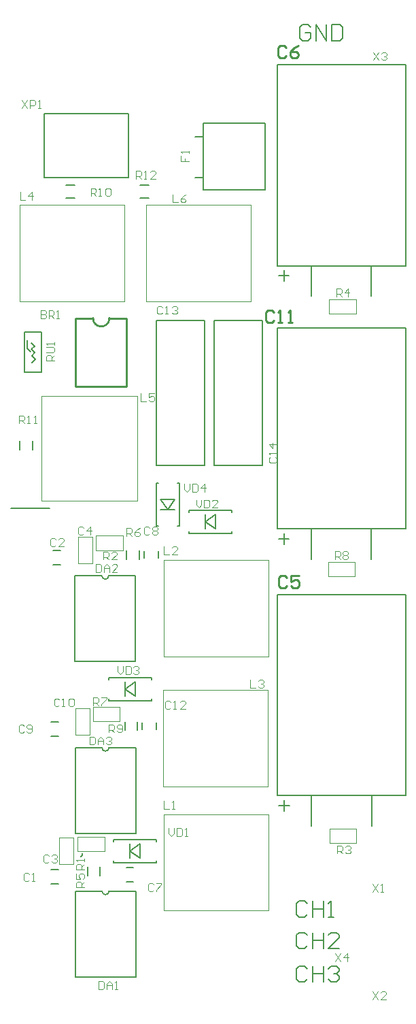
<source format=gto>
G04 Layer_Color=65535*
%FSLAX24Y24*%
%MOIN*%
G70*
G01*
G75*
%ADD10C,0.0079*%
%ADD43C,0.0100*%
%ADD44C,0.0039*%
%ADD45C,0.0050*%
%ADD46C,0.0067*%
D10*
X39510Y8421D02*
G03*
X39860Y8421I175J0D01*
G01*
X39500Y23874D02*
G03*
X39850Y23874I175J0D01*
G01*
X39510Y15449D02*
G03*
X39860Y15449I175J0D01*
G01*
X38469Y10103D02*
X38533Y10167D01*
Y10285D01*
X42165Y10837D02*
Y10945D01*
Y9803D02*
Y9911D01*
X40079Y10837D02*
Y10945D01*
Y9803D02*
Y9911D01*
Y10945D02*
X42165D01*
X40079Y9803D02*
X42165D01*
X38799Y9183D02*
Y9616D01*
X39429Y9183D02*
Y9616D01*
X38203Y4217D02*
Y8421D01*
Y4217D02*
X41167D01*
Y8421D01*
X39860D02*
X41167D01*
X38203D02*
X39510D01*
X40630Y16289D02*
Y16722D01*
X41260Y16289D02*
Y16722D01*
X41949Y18770D02*
Y18878D01*
Y17736D02*
Y17844D01*
X39862Y18770D02*
Y18878D01*
Y17736D02*
Y17844D01*
Y18878D02*
X41949D01*
X39862Y17736D02*
X41949D01*
X40728Y24685D02*
Y25118D01*
X41358Y24685D02*
Y25118D01*
X38193Y19669D02*
Y23874D01*
Y19669D02*
X41157D01*
Y23874D01*
X39850D02*
X41157D01*
X38193D02*
X39500D01*
X45876Y26969D02*
Y27077D01*
Y25935D02*
Y26043D01*
X43789Y26969D02*
Y27077D01*
Y25935D02*
Y26043D01*
Y27077D02*
X45876D01*
X43789Y25935D02*
X45876D01*
X42175Y28406D02*
X42283D01*
X43209D02*
X43317D01*
X42175Y26319D02*
X42283D01*
X43209D02*
X43317D01*
X42175D02*
Y28406D01*
X43317Y26319D02*
Y28406D01*
X38203Y11244D02*
Y15449D01*
Y11244D02*
X41167D01*
Y15449D01*
X39860D02*
X41167D01*
X38203D02*
X39510D01*
X35039Y27165D02*
X36959D01*
X44065Y43386D02*
X44488D01*
X44065Y45384D02*
X44488D01*
Y42785D02*
X47520D01*
Y46033D01*
X44488Y42785D02*
Y46033D01*
X47520D01*
X36673Y46496D02*
X40807D01*
Y43386D02*
Y46496D01*
X36673Y43386D02*
X40807D01*
X36673D02*
Y46496D01*
X35482Y30049D02*
Y30482D01*
X36112Y30049D02*
Y30482D01*
X35728Y33839D02*
X36132D01*
X35728Y35807D02*
X36132D01*
X35728Y33839D02*
Y35807D01*
X36132Y33839D02*
X36535D01*
X36132Y35807D02*
X36535D01*
Y33839D02*
Y35807D01*
X36083Y34321D02*
X36230Y34469D01*
Y34488D01*
X36073Y34646D02*
X36230Y34488D01*
X36073Y34646D02*
X36225Y34798D01*
X36063Y34961D02*
X36225Y34798D01*
X36063Y34961D02*
X36216Y35113D01*
X36048Y35281D02*
X36211Y35118D01*
X35846Y35000D02*
Y35413D01*
Y35000D02*
X36004Y34843D01*
X41388Y42992D02*
X41821D01*
X41388Y42362D02*
X41821D01*
X48110Y39055D02*
X54400D01*
Y48898D01*
X48100D02*
X54400D01*
X48100Y39055D02*
Y48898D01*
X49774Y37569D02*
Y39045D01*
X52726Y37569D02*
Y39045D01*
X48120Y13091D02*
X54409D01*
Y22933D01*
X48110D02*
X54409D01*
X48110Y13091D02*
Y22933D01*
X49783Y11604D02*
Y13081D01*
X52736Y11604D02*
Y13081D01*
X37756Y42992D02*
X38189D01*
X37756Y42362D02*
X38189D01*
X48110Y26161D02*
X54400D01*
Y36004D01*
X48100D02*
X54400D01*
X48100Y26161D02*
Y36004D01*
X49774Y24675D02*
Y26152D01*
X52726Y24675D02*
Y26152D01*
X49737Y50725D02*
X49606Y50856D01*
X49344D01*
X49213Y50725D01*
Y50200D01*
X49344Y50069D01*
X49606D01*
X49737Y50200D01*
Y50462D01*
X49475D01*
X50000Y50069D02*
Y50856D01*
X50525Y50069D01*
Y50856D01*
X50787D02*
Y50069D01*
X51180D01*
X51312Y50200D01*
Y50725D01*
X51180Y50856D01*
X50787D01*
X49580Y4622D02*
X49449Y4754D01*
X49186D01*
X49055Y4622D01*
Y4098D01*
X49186Y3967D01*
X49449D01*
X49580Y4098D01*
X49842Y4754D02*
Y3967D01*
Y4360D01*
X50367D01*
Y4754D01*
Y3967D01*
X50629Y4622D02*
X50761Y4754D01*
X51023D01*
X51154Y4622D01*
Y4491D01*
X51023Y4360D01*
X50892D01*
X51023D01*
X51154Y4229D01*
Y4098D01*
X51023Y3967D01*
X50761D01*
X50629Y4098D01*
X49580Y6256D02*
X49449Y6388D01*
X49186D01*
X49055Y6256D01*
Y5732D01*
X49186Y5600D01*
X49449D01*
X49580Y5732D01*
X49842Y6388D02*
Y5600D01*
Y5994D01*
X50367D01*
Y6388D01*
Y5600D01*
X51154D02*
X50629D01*
X51154Y6125D01*
Y6256D01*
X51023Y6388D01*
X50761D01*
X50629Y6256D01*
X49580Y7802D02*
X49449Y7933D01*
X49186D01*
X49055Y7802D01*
Y7277D01*
X49186Y7146D01*
X49449D01*
X49580Y7277D01*
X49842Y7933D02*
Y7146D01*
Y7539D01*
X50367D01*
Y7933D01*
Y7146D01*
X50629D02*
X50892D01*
X50761D01*
Y7933D01*
X50629Y7802D01*
X48169Y38563D02*
X48694D01*
X48432Y38825D02*
Y38300D01*
X48179Y12598D02*
X48704D01*
X48442Y12861D02*
Y12336D01*
X48169Y25669D02*
X48694D01*
X48432Y25932D02*
Y25407D01*
D43*
X39076Y36482D02*
G03*
X39876Y36482I400J0D01*
G01*
X38226Y33132D02*
Y36482D01*
X40726Y33132D02*
Y36482D01*
X38226Y33132D02*
X40726D01*
X38226Y36482D02*
X39076D01*
X39876D02*
X40726D01*
X48573Y23775D02*
X48473Y23875D01*
X48273D01*
X48173Y23775D01*
Y23376D01*
X48273Y23276D01*
X48473D01*
X48573Y23376D01*
X49173Y23875D02*
X48773D01*
Y23575D01*
X48973Y23675D01*
X49073D01*
X49173Y23575D01*
Y23376D01*
X49073Y23276D01*
X48873D01*
X48773Y23376D01*
X48563Y49740D02*
X48463Y49840D01*
X48263D01*
X48163Y49740D01*
Y49340D01*
X48263Y49240D01*
X48463D01*
X48563Y49340D01*
X49163Y49840D02*
X48963Y49740D01*
X48763Y49540D01*
Y49340D01*
X48863Y49240D01*
X49063D01*
X49163Y49340D01*
Y49440D01*
X49063Y49540D01*
X48763D01*
X47949Y36770D02*
X47849Y36869D01*
X47649D01*
X47549Y36770D01*
Y36370D01*
X47649Y36270D01*
X47849D01*
X47949Y36370D01*
X48149Y36270D02*
X48349D01*
X48249D01*
Y36869D01*
X48149Y36770D01*
X48649Y36270D02*
X48849D01*
X48749D01*
Y36869D01*
X48649Y36770D01*
D44*
X50671Y10762D02*
X51986D01*
X50671Y11463D02*
X51986D01*
X50671Y10762D02*
Y11463D01*
X51986Y10762D02*
Y11463D01*
X50652Y36717D02*
X51967D01*
X50652Y37417D02*
X51967D01*
X50652Y36717D02*
Y37417D01*
X51967Y36717D02*
Y37417D01*
X50612Y23823D02*
X51927D01*
X50612Y24524D02*
X51927D01*
X50612Y23823D02*
Y24524D01*
X51927Y23823D02*
Y24524D01*
X38329Y11069D02*
X39644D01*
X38329Y10368D02*
X39644D01*
Y11069D01*
X38329Y10368D02*
Y11069D01*
X37411Y9724D02*
Y11024D01*
X38120Y9724D02*
Y11024D01*
X37411Y9724D02*
X38120D01*
X37411Y11024D02*
X38120D01*
X42520Y13553D02*
Y13661D01*
Y13553D02*
X44715D01*
X42520Y13652D02*
Y15896D01*
Y18268D01*
X42776D01*
X47657D01*
Y13553D02*
Y18268D01*
X47530Y13553D02*
X47657D01*
X44715D02*
X47549D01*
X38219Y16073D02*
Y17372D01*
X38927Y16073D02*
Y17372D01*
X38219Y16073D02*
X38927D01*
X38219Y17372D02*
X38927D01*
X39067Y17427D02*
X40382D01*
X39067Y16726D02*
X40382D01*
Y17427D01*
X39067Y16726D02*
Y17427D01*
X39215Y25823D02*
X40530D01*
X39215Y25122D02*
X40530D01*
Y25823D01*
X39215Y25122D02*
Y25823D01*
X38337Y24469D02*
Y25768D01*
X39045Y24469D02*
Y25768D01*
X38337Y24469D02*
X39045D01*
X38337Y25768D02*
X39045D01*
X46821Y41919D02*
Y42028D01*
X44626D02*
X46821D01*
Y39685D02*
Y41929D01*
Y37313D02*
Y39685D01*
X46565Y37313D02*
X46821D01*
X41683D02*
X46565D01*
X41683Y37313D02*
Y42028D01*
X41811D01*
X41791D02*
X44626D01*
X40620Y41919D02*
Y42028D01*
X38425D02*
X40620D01*
Y39685D02*
Y41929D01*
Y37313D02*
Y39685D01*
X40364Y37313D02*
X40620D01*
X35482D02*
X40364D01*
X35482Y37313D02*
Y42028D01*
X35610D01*
X35591D02*
X38425D01*
X42539Y7461D02*
Y7569D01*
Y7461D02*
X44734D01*
X42539Y7559D02*
Y9803D01*
Y12175D01*
X42795D01*
X47677D01*
Y7461D02*
Y12175D01*
X47549Y7461D02*
X47677D01*
X44734D02*
X47569D01*
X42530Y19921D02*
Y20030D01*
Y19921D02*
X44724D01*
X42530Y20020D02*
Y22264D01*
Y24636D01*
X42785D01*
X47667D01*
Y19921D02*
Y24636D01*
X47539Y19921D02*
X47667D01*
X44724D02*
X47559D01*
X36535Y32667D02*
X36644D01*
X36535Y30472D02*
Y32667D01*
X36634D02*
X38878D01*
X41250D01*
Y32411D02*
Y32667D01*
Y27530D02*
Y32411D01*
X36535Y27530D02*
X41250D01*
X36535D02*
Y27657D01*
Y27638D02*
Y30472D01*
X37175Y34400D02*
X36782D01*
Y34596D01*
X36847Y34662D01*
X36978D01*
X37044Y34596D01*
Y34400D01*
Y34531D02*
X37175Y34662D01*
X36782Y34793D02*
X37110D01*
X37175Y34859D01*
Y34990D01*
X37110Y35056D01*
X36782D01*
X37175Y35187D02*
Y35318D01*
Y35252D01*
X36782D01*
X36847Y35187D01*
X35581Y47172D02*
X35844Y46778D01*
Y47172D02*
X35581Y46778D01*
X35975D02*
Y47172D01*
X36172D01*
X36237Y47106D01*
Y46975D01*
X36172Y46910D01*
X35975D01*
X36368Y46778D02*
X36500D01*
X36434D01*
Y47172D01*
X36368Y47106D01*
X42972Y42549D02*
Y42156D01*
X43235D01*
X43628Y42549D02*
X43497Y42483D01*
X43366Y42352D01*
Y42221D01*
X43432Y42156D01*
X43563D01*
X43628Y42221D01*
Y42287D01*
X43563Y42352D01*
X43366D01*
X41417Y32815D02*
Y32421D01*
X41680D01*
X42073Y32815D02*
X41811D01*
Y32618D01*
X41942Y32684D01*
X42008D01*
X42073Y32618D01*
Y32487D01*
X42008Y32421D01*
X41876D01*
X41811Y32487D01*
X35497Y42678D02*
Y42284D01*
X35760D01*
X36088D02*
Y42678D01*
X35891Y42481D01*
X36153D01*
X46782Y18779D02*
Y18386D01*
X47044D01*
X47175Y18714D02*
X47241Y18779D01*
X47372D01*
X47437Y18714D01*
Y18648D01*
X47372Y18583D01*
X47306D01*
X47372D01*
X47437Y18517D01*
Y18451D01*
X47372Y18386D01*
X47241D01*
X47175Y18451D01*
X42545Y25292D02*
Y24899D01*
X42807D01*
X43201D02*
X42938D01*
X43201Y25161D01*
Y25227D01*
X43135Y25292D01*
X43004D01*
X42938Y25227D01*
X42557Y12828D02*
Y12435D01*
X42819D01*
X42951D02*
X43082D01*
X43016D01*
Y12828D01*
X42951Y12763D01*
X50945Y5364D02*
X51207Y4970D01*
Y5364D02*
X50945Y4970D01*
X51535D02*
Y5364D01*
X51338Y5167D01*
X51601D01*
X52815Y49518D02*
X53077Y49124D01*
Y49518D02*
X52815Y49124D01*
X53209Y49452D02*
X53274Y49518D01*
X53405D01*
X53471Y49452D01*
Y49386D01*
X53405Y49321D01*
X53340D01*
X53405D01*
X53471Y49255D01*
Y49190D01*
X53405Y49124D01*
X53274D01*
X53209Y49190D01*
X52776Y3514D02*
X53038Y3120D01*
Y3514D02*
X52776Y3120D01*
X53432D02*
X53169D01*
X53432Y3382D01*
Y3448D01*
X53366Y3514D01*
X53235D01*
X53169Y3448D01*
X52795Y8770D02*
X53058Y8376D01*
Y8770D02*
X52795Y8376D01*
X53189D02*
X53320D01*
X53254D01*
Y8770D01*
X53189Y8704D01*
X43553Y28366D02*
Y28104D01*
X43684Y27972D01*
X43816Y28104D01*
Y28366D01*
X43947D02*
Y27972D01*
X44144D01*
X44209Y28038D01*
Y28300D01*
X44144Y28366D01*
X43947D01*
X44537Y27972D02*
Y28366D01*
X44340Y28169D01*
X44603D01*
X40276Y19449D02*
Y19186D01*
X40407Y19055D01*
X40538Y19186D01*
Y19449D01*
X40669D02*
Y19055D01*
X40866D01*
X40932Y19121D01*
Y19383D01*
X40866Y19449D01*
X40669D01*
X41063Y19383D02*
X41128Y19449D01*
X41260D01*
X41325Y19383D01*
Y19318D01*
X41260Y19252D01*
X41194D01*
X41260D01*
X41325Y19186D01*
Y19121D01*
X41260Y19055D01*
X41128D01*
X41063Y19121D01*
X44134Y27588D02*
Y27326D01*
X44265Y27195D01*
X44396Y27326D01*
Y27588D01*
X44527D02*
Y27195D01*
X44724D01*
X44790Y27260D01*
Y27523D01*
X44724Y27588D01*
X44527D01*
X45183Y27195D02*
X44921D01*
X45183Y27457D01*
Y27523D01*
X45118Y27588D01*
X44987D01*
X44921Y27523D01*
X42785Y11506D02*
Y11243D01*
X42917Y11112D01*
X43048Y11243D01*
Y11506D01*
X43179D02*
Y11112D01*
X43376D01*
X43441Y11178D01*
Y11440D01*
X43376Y11506D01*
X43179D01*
X43573Y11112D02*
X43704D01*
X43638D01*
Y11506D01*
X43573Y11440D01*
X41171Y43297D02*
Y43691D01*
X41368D01*
X41434Y43625D01*
Y43494D01*
X41368Y43428D01*
X41171D01*
X41302D02*
X41434Y43297D01*
X41565D02*
X41696D01*
X41630D01*
Y43691D01*
X41565Y43625D01*
X42155Y43297D02*
X41893D01*
X42155Y43560D01*
Y43625D01*
X42090Y43691D01*
X41958D01*
X41893Y43625D01*
X35450Y31326D02*
Y31719D01*
X35647D01*
X35713Y31654D01*
Y31523D01*
X35647Y31457D01*
X35450D01*
X35582D02*
X35713Y31326D01*
X35844D02*
X35975D01*
X35910D01*
Y31719D01*
X35844Y31654D01*
X36172Y31326D02*
X36303D01*
X36238D01*
Y31719D01*
X36172Y31654D01*
X38967Y42461D02*
Y42854D01*
X39163D01*
X39229Y42789D01*
Y42657D01*
X39163Y42592D01*
X38967D01*
X39098D02*
X39229Y42461D01*
X39360D02*
X39491D01*
X39426D01*
Y42854D01*
X39360Y42789D01*
X39688D02*
X39754Y42854D01*
X39885D01*
X39950Y42789D01*
Y42526D01*
X39885Y42461D01*
X39754D01*
X39688Y42526D01*
Y42789D01*
X39843Y16191D02*
Y16585D01*
X40039D01*
X40105Y16519D01*
Y16388D01*
X40039Y16322D01*
X39843D01*
X39974D02*
X40105Y16191D01*
X40236Y16257D02*
X40302Y16191D01*
X40433D01*
X40498Y16257D01*
Y16519D01*
X40433Y16585D01*
X40302D01*
X40236Y16519D01*
Y16453D01*
X40302Y16388D01*
X40498D01*
X50935Y24675D02*
Y25069D01*
X51132D01*
X51197Y25003D01*
Y24872D01*
X51132Y24806D01*
X50935D01*
X51066D02*
X51197Y24675D01*
X51329Y25003D02*
X51394Y25069D01*
X51525D01*
X51591Y25003D01*
Y24938D01*
X51525Y24872D01*
X51591Y24806D01*
Y24741D01*
X51525Y24675D01*
X51394D01*
X51329Y24741D01*
Y24806D01*
X51394Y24872D01*
X51329Y24938D01*
Y25003D01*
X51394Y24872D02*
X51525D01*
X39075Y17520D02*
Y17913D01*
X39272D01*
X39337Y17848D01*
Y17716D01*
X39272Y17651D01*
X39075D01*
X39206D02*
X39337Y17520D01*
X39468Y17913D02*
X39731D01*
Y17848D01*
X39468Y17585D01*
Y17520D01*
X40728Y25807D02*
Y26201D01*
X40925D01*
X40991Y26135D01*
Y26004D01*
X40925Y25938D01*
X40728D01*
X40860D02*
X40991Y25807D01*
X41384Y26201D02*
X41253Y26135D01*
X41122Y26004D01*
Y25873D01*
X41188Y25807D01*
X41319D01*
X41384Y25873D01*
Y25938D01*
X41319Y26004D01*
X41122D01*
X38632Y8622D02*
X38238D01*
Y8819D01*
X38304Y8884D01*
X38435D01*
X38501Y8819D01*
Y8622D01*
Y8753D02*
X38632Y8884D01*
X38238Y9278D02*
Y9016D01*
X38435D01*
X38370Y9147D01*
Y9212D01*
X38435Y9278D01*
X38566D01*
X38632Y9212D01*
Y9081D01*
X38566Y9016D01*
X51004Y37530D02*
Y37923D01*
X51201D01*
X51266Y37858D01*
Y37726D01*
X51201Y37661D01*
X51004D01*
X51135D02*
X51266Y37530D01*
X51594D02*
Y37923D01*
X51398Y37726D01*
X51660D01*
X51053Y10256D02*
Y10649D01*
X51250D01*
X51316Y10584D01*
Y10453D01*
X51250Y10387D01*
X51053D01*
X51184D02*
X51316Y10256D01*
X51447Y10584D02*
X51512Y10649D01*
X51644D01*
X51709Y10584D01*
Y10518D01*
X51644Y10453D01*
X51578D01*
X51644D01*
X51709Y10387D01*
Y10322D01*
X51644Y10256D01*
X51512D01*
X51447Y10322D01*
X39577Y24656D02*
Y25049D01*
X39774D01*
X39839Y24983D01*
Y24852D01*
X39774Y24787D01*
X39577D01*
X39708D02*
X39839Y24656D01*
X40233D02*
X39970D01*
X40233Y24918D01*
Y24983D01*
X40167Y25049D01*
X40036D01*
X39970Y24983D01*
X38642Y9488D02*
X38248D01*
Y9685D01*
X38314Y9751D01*
X38445D01*
X38511Y9685D01*
Y9488D01*
Y9619D02*
X38642Y9751D01*
Y9882D02*
Y10013D01*
Y9947D01*
X38248D01*
X38314Y9882D01*
X43396Y44426D02*
Y44163D01*
X43593D01*
Y44295D01*
Y44163D01*
X43789D01*
Y44557D02*
Y44688D01*
Y44623D01*
X43396D01*
X43461Y44557D01*
X38917Y15984D02*
Y15591D01*
X39114D01*
X39180Y15656D01*
Y15919D01*
X39114Y15984D01*
X38917D01*
X39311Y15591D02*
Y15853D01*
X39442Y15984D01*
X39573Y15853D01*
Y15591D01*
Y15787D01*
X39311D01*
X39704Y15919D02*
X39770Y15984D01*
X39901D01*
X39967Y15919D01*
Y15853D01*
X39901Y15787D01*
X39836D01*
X39901D01*
X39967Y15722D01*
Y15656D01*
X39901Y15591D01*
X39770D01*
X39704Y15656D01*
X39213Y24429D02*
Y24035D01*
X39409D01*
X39475Y24101D01*
Y24363D01*
X39409Y24429D01*
X39213D01*
X39606Y24035D02*
Y24298D01*
X39737Y24429D01*
X39869Y24298D01*
Y24035D01*
Y24232D01*
X39606D01*
X40262Y24035D02*
X40000D01*
X40262Y24298D01*
Y24363D01*
X40197Y24429D01*
X40065D01*
X40000Y24363D01*
X39350Y4016D02*
Y3622D01*
X39547D01*
X39613Y3688D01*
Y3950D01*
X39547Y4016D01*
X39350D01*
X39744Y3622D02*
Y3884D01*
X39875Y4016D01*
X40006Y3884D01*
Y3622D01*
Y3819D01*
X39744D01*
X40138Y3622D02*
X40269D01*
X40203D01*
Y4016D01*
X40138Y3950D01*
X47763Y29662D02*
X47697Y29596D01*
Y29465D01*
X47763Y29400D01*
X48025D01*
X48091Y29465D01*
Y29596D01*
X48025Y29662D01*
X48091Y29793D02*
Y29924D01*
Y29859D01*
X47697D01*
X47763Y29793D01*
X48091Y30318D02*
X47697D01*
X47894Y30121D01*
Y30384D01*
X42476Y37017D02*
X42410Y37083D01*
X42279D01*
X42213Y37017D01*
Y36755D01*
X42279Y36689D01*
X42410D01*
X42476Y36755D01*
X42607Y36689D02*
X42738D01*
X42672D01*
Y37083D01*
X42607Y37017D01*
X42935D02*
X43000Y37083D01*
X43132D01*
X43197Y37017D01*
Y36951D01*
X43132Y36886D01*
X43066D01*
X43132D01*
X43197Y36820D01*
Y36755D01*
X43132Y36689D01*
X43000D01*
X42935Y36755D01*
X42890Y17671D02*
X42825Y17736D01*
X42694D01*
X42628Y17671D01*
Y17408D01*
X42694Y17343D01*
X42825D01*
X42890Y17408D01*
X43022Y17343D02*
X43153D01*
X43087D01*
Y17736D01*
X43022Y17671D01*
X43612Y17343D02*
X43349D01*
X43612Y17605D01*
Y17671D01*
X43546Y17736D01*
X43415D01*
X43349Y17671D01*
X37428Y17789D02*
X37362Y17854D01*
X37231D01*
X37165Y17789D01*
Y17526D01*
X37231Y17461D01*
X37362D01*
X37428Y17526D01*
X37559Y17461D02*
X37690D01*
X37625D01*
Y17854D01*
X37559Y17789D01*
X37887D02*
X37952Y17854D01*
X38084D01*
X38149Y17789D01*
Y17526D01*
X38084Y17461D01*
X37952D01*
X37887Y17526D01*
Y17789D01*
X35695Y16509D02*
X35630Y16575D01*
X35499D01*
X35433Y16509D01*
Y16247D01*
X35499Y16181D01*
X35630D01*
X35695Y16247D01*
X35827D02*
X35892Y16181D01*
X36023D01*
X36089Y16247D01*
Y16509D01*
X36023Y16575D01*
X35892D01*
X35827Y16509D01*
Y16443D01*
X35892Y16378D01*
X36089D01*
X41847Y26204D02*
X41781Y26270D01*
X41650D01*
X41585Y26204D01*
Y25942D01*
X41650Y25876D01*
X41781D01*
X41847Y25942D01*
X41978Y26204D02*
X42044Y26270D01*
X42175D01*
X42241Y26204D01*
Y26138D01*
X42175Y26073D01*
X42241Y26007D01*
Y25942D01*
X42175Y25876D01*
X42044D01*
X41978Y25942D01*
Y26007D01*
X42044Y26073D01*
X41978Y26138D01*
Y26204D01*
X42044Y26073D02*
X42175D01*
X42034Y8724D02*
X41968Y8789D01*
X41837D01*
X41772Y8724D01*
Y8461D01*
X41837Y8396D01*
X41968D01*
X42034Y8461D01*
X42165Y8789D02*
X42428D01*
Y8724D01*
X42165Y8461D01*
Y8396D01*
X38609Y26214D02*
X38543Y26279D01*
X38412D01*
X38346Y26214D01*
Y25951D01*
X38412Y25886D01*
X38543D01*
X38609Y25951D01*
X38937Y25886D02*
Y26279D01*
X38740Y26083D01*
X39002D01*
X36916Y10131D02*
X36850Y10197D01*
X36719D01*
X36654Y10131D01*
Y9869D01*
X36719Y9803D01*
X36850D01*
X36916Y9869D01*
X37047Y10131D02*
X37113Y10197D01*
X37244D01*
X37310Y10131D01*
Y10066D01*
X37244Y10000D01*
X37178D01*
X37244D01*
X37310Y9934D01*
Y9869D01*
X37244Y9803D01*
X37113D01*
X37047Y9869D01*
X37251Y25623D02*
X37185Y25689D01*
X37054D01*
X36988Y25623D01*
Y25361D01*
X37054Y25295D01*
X37185D01*
X37251Y25361D01*
X37644Y25295D02*
X37382D01*
X37644Y25558D01*
Y25623D01*
X37579Y25689D01*
X37447D01*
X37382Y25623D01*
X35951Y9245D02*
X35886Y9311D01*
X35755D01*
X35689Y9245D01*
Y8983D01*
X35755Y8917D01*
X35886D01*
X35951Y8983D01*
X36083Y8917D02*
X36214D01*
X36148D01*
Y9311D01*
X36083Y9245D01*
X36506Y36880D02*
Y36486D01*
X36703D01*
X36768Y36552D01*
Y36617D01*
X36703Y36683D01*
X36506D01*
X36703D01*
X36768Y36749D01*
Y36814D01*
X36703Y36880D01*
X36506D01*
X36899Y36486D02*
Y36880D01*
X37096D01*
X37162Y36814D01*
Y36683D01*
X37096Y36617D01*
X36899D01*
X37031D02*
X37162Y36486D01*
X37293D02*
X37424D01*
X37359D01*
Y36880D01*
X37293Y36814D01*
D45*
X41372Y10024D02*
Y10724D01*
X40872Y10024D02*
Y10724D01*
Y10374D02*
X41372Y10724D01*
X40872Y10374D02*
X41372Y10024D01*
X41156Y17957D02*
Y18657D01*
X40656Y17957D02*
Y18657D01*
Y18307D02*
X41156Y18657D01*
X40656Y18307D02*
X41156Y17957D01*
X45083Y26156D02*
Y26856D01*
X44583Y26156D02*
Y26856D01*
Y26506D02*
X45083Y26856D01*
X44583Y26506D02*
X45083Y26156D01*
X42396Y27612D02*
X43096D01*
X42396Y27112D02*
X43096D01*
X42396Y27612D02*
X42746Y27112D01*
X43096Y27612D01*
X44557Y29272D02*
Y36358D01*
X42195D02*
X44557D01*
X42195Y29272D02*
Y36358D01*
Y29272D02*
X44557D01*
X47382D02*
Y36358D01*
X45020D02*
X47382D01*
X45020Y29272D02*
Y36358D01*
Y29272D02*
X47382D01*
D46*
X37018Y9478D02*
X37372D01*
X37018Y8770D02*
X37372D01*
X40709Y8878D02*
X41063D01*
X40709Y9587D02*
X41063D01*
X41476Y16329D02*
Y16683D01*
X42185Y16329D02*
Y16683D01*
X37028Y16722D02*
X37382D01*
X37028Y16014D02*
X37382D01*
X37126Y25118D02*
X37480D01*
X37126Y24409D02*
X37480D01*
X41575Y24724D02*
Y25079D01*
X42283Y24724D02*
Y25079D01*
M02*

</source>
